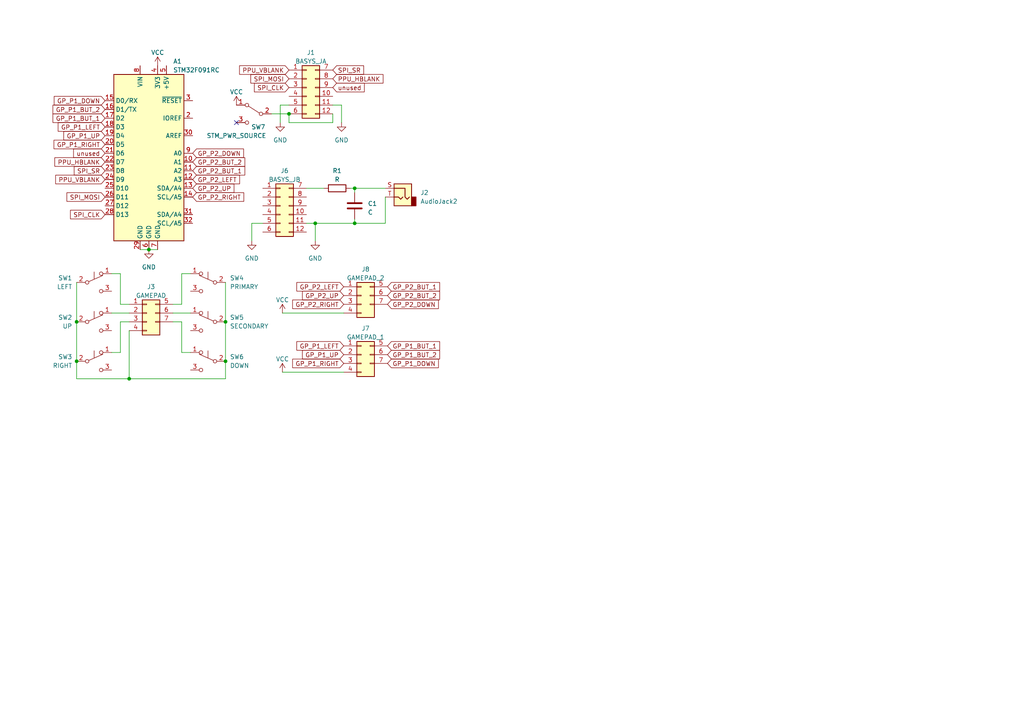
<source format=kicad_sch>
(kicad_sch (version 20230121) (generator eeschema)
  (paper "A4")
  (lib_symbols
    (symbol "Connector_Audio:AudioJack2"
      (property "Reference" "J" (at 0 8.89 0))
      (property "Value" "AudioJack2" (at 0 6.35 0))
      (symbol "AudioJack2_0_1"
        (rectangle (start -3.81 0) (end -2.54 -2.54) (stroke (width 0.254)) (fill (type outline)))
        (rectangle (start -2.54 3.81) (end 2.54 -2.54) (stroke (width 0.254)) (fill (type background)))
        (polyline (pts (xy 0 0) (xy 0.635 -0.635) (xy 1.27 0) (xy 2.54 0)) (stroke (width 0.254)))
        (polyline (pts (xy 2.54 2.54) (xy -0.635 2.54) (xy -0.635 0) (xy -1.27 -0.635) (xy -1.905 0)) (stroke (width 0.254)))
      )
      (symbol "AudioJack2_1_1"
        (pin passive line (at 5.08 2.54 180) (length 2.54) (name "~") (number "S"))
        (pin passive line (at 5.08 0 180) (length 2.54) (name "~") (number "T"))
      )
    )
    (symbol "Connector_Generic:Conn_02x04_Top_Bottom" (pin_names (offset 1.016) hide)
      (property "Reference" "J7" (at 1.27 7.62 0))
      (property "Value" "Conn_02x04_Top_Bottom" (at 1.27 5.08 0))
      (symbol "Conn_02x04_Top_Bottom_1_1"
        (rectangle (start -1.27 -4.953) (end 0 -5.207) (stroke (width 0.1524)))
        (rectangle (start -1.27 -2.413) (end 0 -2.667) (stroke (width 0.1524)))
        (rectangle (start -1.27 0.127) (end 0 -0.127) (stroke (width 0.1524)))
        (rectangle (start -1.27 2.667) (end 0 2.413) (stroke (width 0.1524)))
        (rectangle (start -1.27 3.81) (end 3.81 -6.35) (stroke (width 0.254)) (fill (type background)))
        (rectangle (start 3.81 -2.413) (end 2.54 -2.667) (stroke (width 0.1524)))
        (rectangle (start 3.81 0.127) (end 2.54 -0.127) (stroke (width 0.1524)))
        (rectangle (start 3.81 2.667) (end 2.54 2.413) (stroke (width 0.1524)))
        (pin output line (at -5.08 2.54 0) (length 3.81) (name "UP") (number "1"))
        (pin output line (at -5.08 0 0) (length 3.81) (name "DOWN") (number "2"))
        (pin output line (at -5.08 -2.54 0) (length 3.81) (name "LEFT") (number "3"))
        (pin input line (at -5.08 -5.08 0) (length 3.81) (name "VCC") (number "4"))
        (pin output line (at 7.62 2.54 180) (length 3.81) (name "RIGHT") (number "5"))
        (pin output line (at 7.62 0 180) (length 3.81) (name "PRIMARY") (number "6"))
        (pin output line (at 7.62 -2.54 180) (length 3.81) (name "SECONDARY") (number "7"))
      )
    )
    (symbol "Connector_Generic:Conn_02x06_Top_Bottom" (pin_names (offset 1.016) hide)
      (property "Reference" "J" (at 1.27 7.62 0))
      (property "Value" "Conn_02x06_Top_Bottom" (at 1.27 -10.16 0))
      (symbol "Conn_02x06_Top_Bottom_1_1"
        (rectangle (start -1.27 -7.493) (end 0 -7.747) (stroke (width 0.1524)))
        (rectangle (start -1.27 -4.953) (end 0 -5.207) (stroke (width 0.1524)))
        (rectangle (start -1.27 -2.413) (end 0 -2.667) (stroke (width 0.1524)))
        (rectangle (start -1.27 0.127) (end 0 -0.127) (stroke (width 0.1524)))
        (rectangle (start -1.27 2.667) (end 0 2.413) (stroke (width 0.1524)))
        (rectangle (start -1.27 5.207) (end 0 4.953) (stroke (width 0.1524)))
        (rectangle (start -1.27 6.35) (end 3.81 -8.89) (stroke (width 0.254)) (fill (type background)))
        (rectangle (start 3.81 -7.493) (end 2.54 -7.747) (stroke (width 0.1524)))
        (rectangle (start 3.81 -4.953) (end 2.54 -5.207) (stroke (width 0.1524)))
        (rectangle (start 3.81 -2.413) (end 2.54 -2.667) (stroke (width 0.1524)))
        (rectangle (start 3.81 0.127) (end 2.54 -0.127) (stroke (width 0.1524)))
        (rectangle (start 3.81 2.667) (end 2.54 2.413) (stroke (width 0.1524)))
        (rectangle (start 3.81 5.207) (end 2.54 4.953) (stroke (width 0.1524)))
        (pin passive line (at -5.08 5.08 0) (length 3.81) (name "Pin_1") (number "1"))
        (pin passive line (at 7.62 -2.54 180) (length 3.81) (name "Pin_10") (number "10"))
        (pin passive line (at 7.62 -5.08 180) (length 3.81) (name "Pin_11") (number "11"))
        (pin passive line (at 7.62 -7.62 180) (length 3.81) (name "Pin_12") (number "12"))
        (pin passive line (at -5.08 2.54 0) (length 3.81) (name "Pin_2") (number "2"))
        (pin passive line (at -5.08 0 0) (length 3.81) (name "Pin_3") (number "3"))
        (pin passive line (at -5.08 -2.54 0) (length 3.81) (name "Pin_4") (number "4"))
        (pin passive line (at -5.08 -5.08 0) (length 3.81) (name "Pin_5") (number "5"))
        (pin passive line (at -5.08 -7.62 0) (length 3.81) (name "Pin_6") (number "6"))
        (pin passive line (at 7.62 5.08 180) (length 3.81) (name "Pin_7") (number "7"))
        (pin passive line (at 7.62 2.54 180) (length 3.81) (name "Pin_8") (number "8"))
        (pin passive line (at 7.62 0 180) (length 3.81) (name "Pin_9") (number "9"))
      )
    )
    (symbol "Device:C" (pin_numbers hide) (pin_names (offset 0.254))
      (property "Reference" "C" (at 0.635 2.54 0))
      (property "Value" "C" (at 0.635 -2.54 0))
      (symbol "C_0_1"
        (polyline (pts (xy -2.032 -0.762) (xy 2.032 -0.762)) (stroke (width 0.508)))
        (polyline (pts (xy -2.032 0.762) (xy 2.032 0.762)) (stroke (width 0.508)))
      )
      (symbol "C_1_1"
        (pin passive line (at 0 3.81 270) (length 2.794) (name "~") (number "1"))
        (pin passive line (at 0 -3.81 90) (length 2.794) (name "~") (number "2"))
      )
    )
    (symbol "Device:R" (pin_numbers hide) (pin_names (offset 0))
      (property "Reference" "R" (at 2.032 0 90))
      (property "Value" "R" (at 0 0 90))
      (symbol "R_0_1"
        (rectangle (start -1.016 -2.54) (end 1.016 2.54) (stroke (width 0.254)))
      )
      (symbol "R_1_1"
        (pin passive line (at 0 3.81 270) (length 1.27) (name "~") (number "1"))
        (pin passive line (at 0 -3.81 90) (length 1.27) (name "~") (number "2"))
      )
    )
    (symbol "MCU_Module:Arduino_UNO_R3"
      (property "Reference" "A" (at -10.16 23.495 0))
      (property "Value" "Arduino_UNO_R3" (at 5.08 -26.67 0))
      (symbol "Arduino_UNO_R3_0_1"
        (rectangle (start -10.16 22.86) (end 10.16 -25.4) (stroke (width 0.254)) (fill (type background)))
      )
      (symbol "Arduino_UNO_R3_1_1"
        (pin no_connect line (at -10.16 -20.32 0) (length 2.54) hide (name "NC") (number "1"))
        (pin bidirectional line (at 12.7 -2.54 180) (length 2.54) (name "A1") (number "10"))
        (pin bidirectional line (at 12.7 -5.08 180) (length 2.54) (name "A2") (number "11"))
        (pin bidirectional line (at 12.7 -7.62 180) (length 2.54) (name "A3") (number "12"))
        (pin bidirectional line (at 12.7 -10.16 180) (length 2.54) (name "SDA/A4") (number "13"))
        (pin bidirectional line (at 12.7 -12.7 180) (length 2.54) (name "SCL/A5") (number "14"))
        (pin bidirectional line (at -12.7 15.24 0) (length 2.54) (name "D0/RX") (number "15"))
        (pin bidirectional line (at -12.7 12.7 0) (length 2.54) (name "D1/TX") (number "16"))
        (pin bidirectional line (at -12.7 10.16 0) (length 2.54) (name "D2") (number "17"))
        (pin bidirectional line (at -12.7 7.62 0) (length 2.54) (name "D3") (number "18"))
        (pin bidirectional line (at -12.7 5.08 0) (length 2.54) (name "D4") (number "19"))
        (pin output line (at 12.7 10.16 180) (length 2.54) (name "IOREF") (number "2"))
        (pin bidirectional line (at -12.7 2.54 0) (length 2.54) (name "D5") (number "20"))
        (pin bidirectional line (at -12.7 0 0) (length 2.54) (name "D6") (number "21"))
        (pin bidirectional line (at -12.7 -2.54 0) (length 2.54) (name "D7") (number "22"))
        (pin bidirectional line (at -12.7 -5.08 0) (length 2.54) (name "D8") (number "23"))
        (pin bidirectional line (at -12.7 -7.62 0) (length 2.54) (name "D9") (number "24"))
        (pin bidirectional line (at -12.7 -10.16 0) (length 2.54) (name "D10") (number "25"))
        (pin bidirectional line (at -12.7 -12.7 0) (length 2.54) (name "D11") (number "26"))
        (pin bidirectional line (at -12.7 -15.24 0) (length 2.54) (name "D12") (number "27"))
        (pin bidirectional line (at -12.7 -17.78 0) (length 2.54) (name "D13") (number "28"))
        (pin power_in line (at -2.54 -27.94 90) (length 2.54) (name "GND") (number "29"))
        (pin input line (at 12.7 15.24 180) (length 2.54) (name "~{RESET}") (number "3"))
        (pin input line (at 12.7 5.08 180) (length 2.54) (name "AREF") (number "30"))
        (pin bidirectional line (at 12.7 -17.78 180) (length 2.54) (name "SDA/A4") (number "31"))
        (pin bidirectional line (at 12.7 -20.32 180) (length 2.54) (name "SCL/A5") (number "32"))
        (pin power_out line (at 2.54 25.4 270) (length 2.54) (name "3V3") (number "4"))
        (pin power_out line (at 5.08 25.4 270) (length 2.54) (name "+5V") (number "5"))
        (pin power_in line (at 0 -27.94 90) (length 2.54) (name "GND") (number "6"))
        (pin power_in line (at 2.54 -27.94 90) (length 2.54) (name "GND") (number "7"))
        (pin power_in line (at -2.54 25.4 270) (length 2.54) (name "VIN") (number "8"))
        (pin bidirectional line (at 12.7 0 180) (length 2.54) (name "A0") (number "9"))
      )
    )
    (symbol "Switch:SW_Push_SPDT" (pin_names (offset 0) hide)
      (property "Reference" "SW" (at 0 4.318 0))
      (property "Value" "SW_Push_SPDT" (at 0 -5.08 0))
      (symbol "SW_Push_SPDT_0_0"
        (circle (center -2.032 0) (radius 0.508))
        (polyline (pts (xy 0 1.016) (xy 0 3.048)))
        (circle (center 2.032 -2.54) (radius 0.508))
      )
      (symbol "SW_Push_SPDT_0_1"
        (polyline (pts (xy -1.524 0.254) (xy 2.54 2.032)))
        (circle (center 2.032 2.54) (radius 0.508))
      )
      (symbol "SW_Push_SPDT_1_1"
        (pin passive line (at 5.08 2.54 180) (length 2.54) (name "A") (number "1"))
        (pin passive line (at -5.08 0 0) (length 2.54) (name "B") (number "2"))
        (pin passive line (at 5.08 -2.54 180) (length 2.54) (name "C") (number "3"))
      )
    )
    (symbol "Switch:SW_SPDT" (pin_names (offset 0) hide)
      (property "Reference" "SW" (at 0 4.318 0))
      (property "Value" "SW_SPDT" (at 0 -5.08 0))
      (symbol "SW_SPDT_0_0"
        (circle (center -2.032 0) (radius 0.508))
        (circle (center 2.032 -2.54) (radius 0.508))
      )
      (symbol "SW_SPDT_0_1"
        (polyline (pts (xy -1.524 0.254) (xy 1.651 2.286)))
        (circle (center 2.032 2.54) (radius 0.508))
      )
      (symbol "SW_SPDT_1_1"
        (pin passive line (at 5.08 2.54 180) (length 2.54) (name "A") (number "1"))
        (pin passive line (at -5.08 0 0) (length 2.54) (name "B") (number "2"))
        (pin passive line (at 5.08 -2.54 180) (length 2.54) (name "C") (number "3"))
      )
    )
    (symbol "power:GND" (power) (pin_names (offset 0))
      (property "Value" "GND" (at 0 -3.81 0))
      (symbol "GND_0_1"
        (polyline (pts (xy 0 0) (xy 0 -1.27) (xy 1.27 -1.27) (xy 0 -2.54) (xy -1.27 -1.27) (xy 0 -1.27)))
      )
      (symbol "GND_1_1"
        (pin power_in line (at 0 0 270) (length 0) hide (name "GND") (number "1"))
      )
    )
    (symbol "power:VCC" (power) (pin_names (offset 0))
      (property "Value" "VCC" (at 0 3.81 0))
      (symbol "VCC_0_1"
        (polyline (pts (xy -0.762 1.27) (xy 0 2.54)))
        (polyline (pts (xy 0 0) (xy 0 2.54)))
        (polyline (pts (xy 0 2.54) (xy 0.762 1.27)))
      )
      (symbol "VCC_1_1"
        (pin power_in line (at 0 0 90) (length 0) hide (name "VCC") (number "1"))
      )
    )
  )
  (junction (at 65.405 93.345))
  (junction (at 22.225 104.775))
  (junction (at 102.87 64.77))
  (junction (at 43.18 72.39))
  (junction (at 83.82 33.02))
  (junction (at 37.465 109.855))
  (junction (at 22.225 93.345))
  (junction (at 102.87 54.61))
  (junction (at 65.405 104.775))
  (junction (at 91.44 64.77))
  (no_connect (at 68.58 35.56))
  (wire (pts (xy 34.925 88.265) (xy 37.465 88.265)))
  (wire (pts (xy 102.87 64.77) (xy 102.87 63.5)))
  (wire (pts (xy 34.925 79.375) (xy 34.925 88.265)))
  (wire (pts (xy 81.28 30.48) (xy 83.82 30.48)))
  (wire (pts (xy 83.82 35.56) (xy 83.82 33.02)))
  (wire (pts (xy 91.44 64.77) (xy 91.44 69.85)))
  (wire (pts (xy 101.6 54.61) (xy 102.87 54.61)))
  (wire (pts (xy 22.225 109.855) (xy 37.465 109.855)))
  (wire (pts (xy 99.06 30.48) (xy 99.06 35.56)))
  (wire (pts (xy 65.405 81.915) (xy 65.405 93.345)))
  (wire (pts (xy 102.87 55.88) (xy 102.87 54.61)))
  (wire (pts (xy 22.225 93.345) (xy 22.225 104.775)))
  (wire (pts (xy 50.165 90.805) (xy 55.245 90.805)))
  (wire (pts (xy 65.405 104.775) (xy 65.405 109.855)))
  (wire (pts (xy 32.385 79.375) (xy 34.925 79.375)))
  (wire (pts (xy 32.385 102.235) (xy 34.925 102.235)))
  (wire (pts (xy 43.18 72.39) (xy 45.72 72.39)))
  (wire (pts (xy 34.925 102.235) (xy 34.925 93.345)))
  (wire (pts (xy 102.87 64.77) (xy 111.76 64.77)))
  (wire (pts (xy 65.405 93.345) (xy 65.405 104.775)))
  (wire (pts (xy 52.705 79.375) (xy 55.245 79.375)))
  (wire (pts (xy 96.52 33.02) (xy 96.52 35.56)))
  (wire (pts (xy 111.76 54.61) (xy 102.87 54.61)))
  (wire (pts (xy 37.465 109.855) (xy 37.465 95.885)))
  (wire (pts (xy 65.405 109.855) (xy 37.465 109.855)))
  (wire (pts (xy 78.74 33.02) (xy 83.82 33.02)))
  (wire (pts (xy 50.165 93.345) (xy 52.705 93.345)))
  (wire (pts (xy 52.705 88.265) (xy 52.705 79.375)))
  (wire (pts (xy 81.915 90.805) (xy 99.695 90.805)))
  (wire (pts (xy 73.025 64.77) (xy 73.025 69.85)))
  (wire (pts (xy 73.025 64.77) (xy 76.2 64.77)))
  (wire (pts (xy 88.9 54.61) (xy 93.98 54.61)))
  (wire (pts (xy 50.165 88.265) (xy 52.705 88.265)))
  (wire (pts (xy 40.64 72.39) (xy 43.18 72.39)))
  (wire (pts (xy 34.925 93.345) (xy 37.465 93.345)))
  (wire (pts (xy 91.44 64.77) (xy 102.87 64.77)))
  (wire (pts (xy 52.705 93.345) (xy 52.705 102.235)))
  (wire (pts (xy 52.705 102.235) (xy 55.245 102.235)))
  (wire (pts (xy 96.52 35.56) (xy 83.82 35.56)))
  (wire (pts (xy 22.225 81.915) (xy 22.225 93.345)))
  (wire (pts (xy 22.225 104.775) (xy 22.225 109.855)))
  (wire (pts (xy 32.385 90.805) (xy 37.465 90.805)))
  (wire (pts (xy 111.76 64.77) (xy 111.76 57.15)))
  (wire (pts (xy 81.28 30.48) (xy 81.28 35.56)))
  (wire (pts (xy 96.52 30.48) (xy 99.06 30.48)))
  (wire (pts (xy 81.915 107.95) (xy 99.695 107.95)))
  (wire (pts (xy 88.9 64.77) (xy 91.44 64.77)))
  (global_label "PPU_VBLANK" (shape input) (at 30.48 52.07 180) (property "Intersheetrefs" "${INTERSHEET_REFS}" (effects hide)))
  (global_label "GP_P2_LEFT" (shape input) (at 99.695 83.185 180) (property "Intersheetrefs" "${INTERSHEET_REFS}" (effects hide)))
  (global_label "GP_P1_LEFT" (shape input) (at 30.48 36.83 180) (property "Intersheetrefs" "${INTERSHEET_REFS}" (effects hide)))
  (global_label "GP_P1_BUT_2" (shape input) (at 112.395 102.87 0) (property "Intersheetrefs" "${INTERSHEET_REFS}" (effects hide)))
  (global_label "PPU_HBLANK" (shape input) (at 96.52 22.86 0) (property "Intersheetrefs" "${INTERSHEET_REFS}" (effects hide)))
  (global_label "GP_P1_RIGHT" (shape input) (at 30.48 41.91 180) (property "Intersheetrefs" "${INTERSHEET_REFS}" (effects hide)))
  (global_label "GP_P1_DOWN" (shape input) (at 30.48 29.21 180) (property "Intersheetrefs" "${INTERSHEET_REFS}" (effects hide)))
  (global_label "SPI_SR" (shape input) (at 30.48 49.53 180) (property "Intersheetrefs" "${INTERSHEET_REFS}" (effects hide)))
  (global_label "GP_P1_BUT_1" (shape input) (at 30.48 34.29 180) (property "Intersheetrefs" "${INTERSHEET_REFS}" (effects hide)))
  (global_label "GP_P1_RIGHT" (shape input) (at 99.695 105.41 180) (property "Intersheetrefs" "${INTERSHEET_REFS}" (effects hide)))
  (global_label "GP_P2_DOWN" (shape input) (at 55.88 44.45 0) (property "Intersheetrefs" "${INTERSHEET_REFS}" (effects hide)))
  (global_label "GP_P2_RIGHT" (shape input) (at 55.88 57.15 0) (property "Intersheetrefs" "${INTERSHEET_REFS}" (effects hide)))
  (global_label "GP_P2_LEFT" (shape input) (at 55.88 52.07 0) (property "Intersheetrefs" "${INTERSHEET_REFS}" (effects hide)))
  (global_label "GP_P2_UP" (shape input) (at 99.695 85.725 180) (property "Intersheetrefs" "${INTERSHEET_REFS}" (effects hide)))
  (global_label "GP_P1_LEFT" (shape input) (at 99.695 100.33 180) (property "Intersheetrefs" "${INTERSHEET_REFS}" (effects hide)))
  (global_label "GP_P1_UP" (shape input) (at 99.695 102.87 180) (property "Intersheetrefs" "${INTERSHEET_REFS}" (effects hide)))
  (global_label "unused" (shape input) (at 96.52 25.4 0) (property "Intersheetrefs" "${INTERSHEET_REFS}" (effects hide)))
  (global_label "PPU_HBLANK" (shape input) (at 30.48 46.99 180) (property "Intersheetrefs" "${INTERSHEET_REFS}" (effects hide)))
  (global_label "SPI_CLK" (shape input) (at 83.82 25.4 180) (property "Intersheetrefs" "${INTERSHEET_REFS}" (effects hide)))
  (global_label "PPU_VBLANK" (shape input) (at 83.82 20.32 180) (property "Intersheetrefs" "${INTERSHEET_REFS}" (effects hide)))
  (global_label "GP_P1_BUT_1" (shape input) (at 112.395 100.33 0) (property "Intersheetrefs" "${INTERSHEET_REFS}" (effects hide)))
  (global_label "SPI_MOSI" (shape input) (at 30.48 57.15 180) (property "Intersheetrefs" "${INTERSHEET_REFS}" (effects hide)))
  (global_label "GP_P1_UP" (shape input) (at 30.48 39.37 180) (property "Intersheetrefs" "${INTERSHEET_REFS}" (effects hide)))
  (global_label "GP_P2_DOWN" (shape input) (at 112.395 88.265 0) (property "Intersheetrefs" "${INTERSHEET_REFS}" (effects hide)))
  (global_label "GP_P2_UP" (shape input) (at 55.88 54.61 0) (property "Intersheetrefs" "${INTERSHEET_REFS}" (effects hide)))
  (global_label "GP_P1_DOWN" (shape input) (at 112.395 105.41 0) (property "Intersheetrefs" "${INTERSHEET_REFS}" (effects hide)))
  (global_label "GP_P2_RIGHT" (shape input) (at 99.695 88.265 180) (property "Intersheetrefs" "${INTERSHEET_REFS}" (effects hide)))
  (global_label "unused" (shape input) (at 30.48 44.45 180) (property "Intersheetrefs" "${INTERSHEET_REFS}" (effects hide)))
  (global_label "GP_P2_BUT_1" (shape input) (at 55.88 49.53 0) (property "Intersheetrefs" "${INTERSHEET_REFS}" (effects hide)))
  (global_label "GP_P1_BUT_2" (shape input) (at 30.48 31.75 180) (property "Intersheetrefs" "${INTERSHEET_REFS}" (effects hide)))
  (global_label "SPI_MOSI" (shape input) (at 83.82 22.86 180) (property "Intersheetrefs" "${INTERSHEET_REFS}" (effects hide)))
  (global_label "SPI_SR" (shape input) (at 96.52 20.32 0) (property "Intersheetrefs" "${INTERSHEET_REFS}" (effects hide)))
  (global_label "SPI_CLK" (shape input) (at 30.48 62.23 180) (property "Intersheetrefs" "${INTERSHEET_REFS}" (effects hide)))
  (global_label "GP_P2_BUT_2" (shape input) (at 55.88 46.99 0) (property "Intersheetrefs" "${INTERSHEET_REFS}" (effects hide)))
  (global_label "GP_P2_BUT_2" (shape input) (at 112.395 85.725 0) (property "Intersheetrefs" "${INTERSHEET_REFS}" (effects hide)))
  (global_label "GP_P2_BUT_1" (shape input) (at 112.395 83.185 0) (property "Intersheetrefs" "${INTERSHEET_REFS}" (effects hide)))
  (symbol (lib_id "power:GND") (at 91.44 69.85 0) (unit 1)
    (property "Reference" "#PWR06" (effects hide))
    (property "Value" "GND" (at 91.44 74.93 0))
  )
  (symbol (lib_id "Switch:SW_SPDT") (at 73.66 33.02 0) (mirror y) (unit 1)
    (property "Reference" "SW7" (at 74.93 36.83 0))
    (property "Value" "STM_PWR_SOURCE" (at 68.58 39.37 0))
    (property "Footprint" "Button_Switch_THT:SW_Slide_1P2T_CK_OS102011MS2Q" (effects hide))
  )
  (symbol (lib_id "Switch:SW_Push_SPDT") (at 60.325 81.915 0) (mirror y) (unit 1)
    (property "Reference" "SW4" (at 66.675 80.645 0) (effects (justify right)))
    (property "Value" "PRIMARY" (at 66.675 83.185 0) (effects (justify right)))
    (property "Footprint" "Button_Switch_THT:SW_PUSH_6mm" (effects hide))
  )
  (symbol (lib_id "power:VCC") (at 81.915 90.805 0) (unit 1)
    (property "Reference" "#PWR02" (effects hide))
    (property "Value" "VCC" (at 81.915 86.995 0))
  )
  (symbol (lib_id "power:VCC") (at 45.72 19.05 0) (unit 1)
    (property "Reference" "#PWR04" (effects hide))
    (property "Value" "VCC" (at 45.72 15.24 0))
  )
  (symbol (lib_id "Connector_Audio:AudioJack2") (at 116.84 57.15 0) (mirror y) (unit 1)
    (property "Reference" "J2" (at 121.92 55.88 0) (effects (justify right)))
    (property "Value" "AudioJack2" (at 121.92 58.42 0) (effects (justify right)))
    (property "Footprint" "Connector_Audio:Jack_3.5mm_CUI_SJ1-3523N_Horizontal" (effects hide))
  )
  (symbol (lib_id "Switch:SW_Push_SPDT") (at 27.305 93.345 0) (unit 1)
    (property "Reference" "SW2" (at 20.955 92.075 0) (effects (justify right)))
    (property "Value" "UP" (at 20.955 94.615 0) (effects (justify right)))
    (property "Footprint" "Button_Switch_THT:SW_PUSH_6mm" (effects hide))
  )
  (symbol (lib_id "Switch:SW_Push_SPDT") (at 27.305 81.915 0) (unit 1)
    (property "Reference" "SW1" (at 20.955 80.645 0) (effects (justify right)))
    (property "Value" "LEFT" (at 20.955 83.185 0) (effects (justify right)))
    (property "Footprint" "Button_Switch_THT:SW_PUSH_6mm" (effects hide))
  )
  (symbol (lib_id "Connector_Generic:Conn_02x04_Top_Bottom") (at 42.545 90.805 0) (unit 1)
    (property "Reference" "J3" (at 43.815 83.185 0))
    (property "Value" "GAMEPAD" (at 43.815 85.725 0))
    (property "Footprint" "Connector_PinHeader_2.54mm:PinHeader_2x04_P2.54mm_Vertical" (effects hide))
  )
  (symbol (lib_id "power:VCC") (at 81.915 107.95 0) (unit 1)
    (property "Reference" "#PWR01" (effects hide))
    (property "Value" "VCC" (at 81.915 104.14 0))
  )
  (symbol (lib_id "power:VCC") (at 68.58 30.48 0) (unit 1)
    (property "Reference" "#PWR08" (effects hide))
    (property "Value" "VCC" (at 68.58 26.67 0))
  )
  (symbol (lib_id "Connector_Generic:Conn_02x06_Top_Bottom") (at 88.9 25.4 0) (unit 1)
    (property "Reference" "J1" (at 90.17 15.24 0))
    (property "Value" "BASYS_JA" (at 90.17 17.78 0))
    (property "Footprint" "Connector_PinHeader_2.54mm:PinHeader_2x06_P2.54mm_Vertical" (effects hide))
  )
  (symbol (lib_id "Device:R") (at 97.79 54.61 90) (unit 1)
    (property "Reference" "R1" (at 97.79 49.53 90))
    (property "Value" "R" (at 97.79 52.07 90))
    (property "Footprint" "Resistor_THT:R_Axial_DIN0207_L6.3mm_D2.5mm_P7.62mm_Horizontal" (effects hide))
  )
  (symbol (lib_id "power:GND") (at 99.06 35.56 0) (unit 1)
    (property "Reference" "#PWR07" (effects hide))
    (property "Value" "GND" (at 99.06 40.64 0))
  )
  (symbol (lib_id "Device:C") (at 102.87 59.69 0) (unit 1)
    (property "Reference" "C1" (at 106.68 59.055 0) (effects (justify left)))
    (property "Value" "C" (at 106.68 61.595 0) (effects (justify left)))
    (property "Footprint" "Capacitor_THT:C_Disc_D6.0mm_W2.5mm_P5.00mm" (effects hide))
  )
  (symbol (lib_id "power:GND") (at 73.025 69.85 0) (unit 1)
    (property "Reference" "#PWR09" (effects hide))
    (property "Value" "GND" (at 73.025 74.93 0))
  )
  (symbol (lib_id "Switch:SW_Push_SPDT") (at 60.325 93.345 0) (mirror y) (unit 1)
    (property "Reference" "SW5" (at 66.675 92.075 0) (effects (justify right)))
    (property "Value" "SECONDARY" (at 66.675 94.615 0) (effects (justify right)))
    (property "Footprint" "Button_Switch_THT:SW_PUSH_6mm" (effects hide))
  )
  (symbol (lib_id "power:GND") (at 43.18 72.39 0) (unit 1)
    (property "Reference" "#PWR03" (effects hide))
    (property "Value" "GND" (at 43.18 77.47 0))
  )
  (symbol (lib_id "Switch:SW_Push_SPDT") (at 27.305 104.775 0) (unit 1)
    (property "Reference" "SW3" (at 20.955 103.505 0) (effects (justify right)))
    (property "Value" "RIGHT" (at 20.955 106.045 0) (effects (justify right)))
    (property "Footprint" "Button_Switch_THT:SW_PUSH_6mm" (effects hide))
  )
  (symbol (lib_id "Connector_Generic:Conn_02x04_Top_Bottom") (at 104.775 102.87 0) (unit 1)
    (property "Reference" "J7" (at 106.045 95.25 0))
    (property "Value" "GAMEPAD_1" (at 106.045 97.79 0))
    (property "Footprint" "Connector_PinHeader_2.54mm:PinHeader_2x04_P2.54mm_Vertical" (effects hide))
  )
  (symbol (lib_id "Connector_Generic:Conn_02x04_Top_Bottom") (at 104.775 85.725 0) (unit 1)
    (property "Reference" "J8" (at 106.045 78.105 0))
    (property "Value" "GAMEPAD_2" (at 106.045 80.645 0))
    (property "Footprint" "Connector_PinHeader_2.54mm:PinHeader_2x04_P2.54mm_Vertical" (effects hide))
  )
  (symbol (lib_id "Switch:SW_Push_SPDT") (at 60.325 104.775 0) (mirror y) (unit 1)
    (property "Reference" "SW6" (at 66.675 103.505 0) (effects (justify right)))
    (property "Value" "DOWN" (at 66.675 106.045 0) (effects (justify right)))
    (property "Footprint" "Button_Switch_THT:SW_PUSH_6mm" (effects hide))
  )
  (symbol (lib_id "MCU_Module:Arduino_UNO_R3") (at 43.18 44.45 0) (unit 1)
    (property "Reference" "A1" (at 50.2159 17.78 0) (effects (justify left)))
    (property "Value" "STM32F091RC" (at 50.2159 20.32 0) (effects (justify left)))
    (property "Footprint" "Module:Arduino_UNO_R3" (effects hide))
  )
  (symbol (lib_id "power:GND") (at 81.28 35.56 0) (unit 1)
    (property "Reference" "#PWR05" (effects hide))
    (property "Value" "GND" (at 81.28 40.64 0))
  )
  (symbol (lib_id "Connector_Generic:Conn_02x06_Top_Bottom") (at 81.28 59.69 0) (unit 1)
    (property "Reference" "J6" (at 82.55 49.53 0))
    (property "Value" "BASYS_JB" (at 82.55 52.07 0))
    (property "Footprint" "Connector_PinHeader_2.54mm:PinHeader_2x06_P2.54mm_Vertical" (effects hide))
  )
)
</source>
